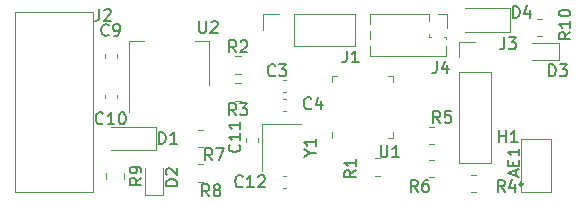
<source format=gbr>
G04 #@! TF.GenerationSoftware,KiCad,Pcbnew,6.0.2+dfsg-1*
G04 #@! TF.CreationDate,2022-03-12T18:16:22-05:00*
G04 #@! TF.ProjectId,PortaNet,506f7274-614e-4657-942e-6b696361645f,rev?*
G04 #@! TF.SameCoordinates,Original*
G04 #@! TF.FileFunction,Legend,Top*
G04 #@! TF.FilePolarity,Positive*
%FSLAX46Y46*%
G04 Gerber Fmt 4.6, Leading zero omitted, Abs format (unit mm)*
G04 Created by KiCad (PCBNEW 6.0.2+dfsg-1) date 2022-03-12 18:16:22*
%MOMM*%
%LPD*%
G01*
G04 APERTURE LIST*
%ADD10C,0.150000*%
%ADD11C,0.120000*%
%ADD12C,0.260000*%
G04 APERTURE END LIST*
D10*
X167155904Y-68905380D02*
X167155904Y-67905380D01*
X167394000Y-67905380D01*
X167536857Y-67953000D01*
X167632095Y-68048238D01*
X167679714Y-68143476D01*
X167727333Y-68333952D01*
X167727333Y-68476809D01*
X167679714Y-68667285D01*
X167632095Y-68762523D01*
X167536857Y-68857761D01*
X167394000Y-68905380D01*
X167155904Y-68905380D01*
X168060666Y-67905380D02*
X168679714Y-67905380D01*
X168346380Y-68286333D01*
X168489238Y-68286333D01*
X168584476Y-68333952D01*
X168632095Y-68381571D01*
X168679714Y-68476809D01*
X168679714Y-68714904D01*
X168632095Y-68810142D01*
X168584476Y-68857761D01*
X168489238Y-68905380D01*
X168203523Y-68905380D01*
X168108285Y-68857761D01*
X168060666Y-68810142D01*
X164377666Y-77366666D02*
X164377666Y-76890476D01*
X164663380Y-77461904D02*
X163663380Y-77128571D01*
X164663380Y-76795238D01*
X164139571Y-76461904D02*
X164139571Y-76128571D01*
X164663380Y-75985714D02*
X164663380Y-76461904D01*
X163663380Y-76461904D01*
X163663380Y-75985714D01*
X164663380Y-75033333D02*
X164663380Y-75604761D01*
X164663380Y-75319047D02*
X163663380Y-75319047D01*
X163806238Y-75414285D01*
X163901476Y-75509523D01*
X163949095Y-75604761D01*
X162941095Y-74493380D02*
X162941095Y-73493380D01*
X162941095Y-73969571D02*
X163512523Y-73969571D01*
X163512523Y-74493380D02*
X163512523Y-73493380D01*
X164512523Y-74493380D02*
X163941095Y-74493380D01*
X164226809Y-74493380D02*
X164226809Y-73493380D01*
X164131571Y-73636238D01*
X164036333Y-73731476D01*
X163941095Y-73779095D01*
X138644333Y-76017380D02*
X138311000Y-75541190D01*
X138072904Y-76017380D02*
X138072904Y-75017380D01*
X138453857Y-75017380D01*
X138549095Y-75065000D01*
X138596714Y-75112619D01*
X138644333Y-75207857D01*
X138644333Y-75350714D01*
X138596714Y-75445952D01*
X138549095Y-75493571D01*
X138453857Y-75541190D01*
X138072904Y-75541190D01*
X138977666Y-75017380D02*
X139644333Y-75017380D01*
X139215761Y-76017380D01*
X147026333Y-71604142D02*
X146978714Y-71651761D01*
X146835857Y-71699380D01*
X146740619Y-71699380D01*
X146597761Y-71651761D01*
X146502523Y-71556523D01*
X146454904Y-71461285D01*
X146407285Y-71270809D01*
X146407285Y-71127952D01*
X146454904Y-70937476D01*
X146502523Y-70842238D01*
X146597761Y-70747000D01*
X146740619Y-70699380D01*
X146835857Y-70699380D01*
X146978714Y-70747000D01*
X147026333Y-70794619D01*
X147883476Y-71032714D02*
X147883476Y-71699380D01*
X147645380Y-70651761D02*
X147407285Y-71366047D01*
X148026333Y-71366047D01*
X129079666Y-63206380D02*
X129079666Y-63920666D01*
X129032047Y-64063523D01*
X128936809Y-64158761D01*
X128793952Y-64206380D01*
X128698714Y-64206380D01*
X129508238Y-63301619D02*
X129555857Y-63254000D01*
X129651095Y-63206380D01*
X129889190Y-63206380D01*
X129984428Y-63254000D01*
X130032047Y-63301619D01*
X130079666Y-63396857D01*
X130079666Y-63492095D01*
X130032047Y-63634952D01*
X129460619Y-64206380D01*
X130079666Y-64206380D01*
X138390333Y-79065380D02*
X138057000Y-78589190D01*
X137818904Y-79065380D02*
X137818904Y-78065380D01*
X138199857Y-78065380D01*
X138295095Y-78113000D01*
X138342714Y-78160619D01*
X138390333Y-78255857D01*
X138390333Y-78398714D01*
X138342714Y-78493952D01*
X138295095Y-78541571D01*
X138199857Y-78589190D01*
X137818904Y-78589190D01*
X138961761Y-78493952D02*
X138866523Y-78446333D01*
X138818904Y-78398714D01*
X138771285Y-78303476D01*
X138771285Y-78255857D01*
X138818904Y-78160619D01*
X138866523Y-78113000D01*
X138961761Y-78065380D01*
X139152238Y-78065380D01*
X139247476Y-78113000D01*
X139295095Y-78160619D01*
X139342714Y-78255857D01*
X139342714Y-78303476D01*
X139295095Y-78398714D01*
X139247476Y-78446333D01*
X139152238Y-78493952D01*
X138961761Y-78493952D01*
X138866523Y-78541571D01*
X138818904Y-78589190D01*
X138771285Y-78684428D01*
X138771285Y-78874904D01*
X138818904Y-78970142D01*
X138866523Y-79017761D01*
X138961761Y-79065380D01*
X139152238Y-79065380D01*
X139247476Y-79017761D01*
X139295095Y-78970142D01*
X139342714Y-78874904D01*
X139342714Y-78684428D01*
X139295095Y-78589190D01*
X139247476Y-78541571D01*
X139152238Y-78493952D01*
X143978333Y-68810142D02*
X143930714Y-68857761D01*
X143787857Y-68905380D01*
X143692619Y-68905380D01*
X143549761Y-68857761D01*
X143454523Y-68762523D01*
X143406904Y-68667285D01*
X143359285Y-68476809D01*
X143359285Y-68333952D01*
X143406904Y-68143476D01*
X143454523Y-68048238D01*
X143549761Y-67953000D01*
X143692619Y-67905380D01*
X143787857Y-67905380D01*
X143930714Y-67953000D01*
X143978333Y-68000619D01*
X144311666Y-67905380D02*
X144930714Y-67905380D01*
X144597380Y-68286333D01*
X144740238Y-68286333D01*
X144835476Y-68333952D01*
X144883095Y-68381571D01*
X144930714Y-68476809D01*
X144930714Y-68714904D01*
X144883095Y-68810142D01*
X144835476Y-68857761D01*
X144740238Y-68905380D01*
X144454523Y-68905380D01*
X144359285Y-68857761D01*
X144311666Y-68810142D01*
X168981380Y-65158857D02*
X168505190Y-65492190D01*
X168981380Y-65730285D02*
X167981380Y-65730285D01*
X167981380Y-65349333D01*
X168029000Y-65254095D01*
X168076619Y-65206476D01*
X168171857Y-65158857D01*
X168314714Y-65158857D01*
X168409952Y-65206476D01*
X168457571Y-65254095D01*
X168505190Y-65349333D01*
X168505190Y-65730285D01*
X168981380Y-64206476D02*
X168981380Y-64777904D01*
X168981380Y-64492190D02*
X167981380Y-64492190D01*
X168124238Y-64587428D01*
X168219476Y-64682666D01*
X168267095Y-64777904D01*
X167981380Y-63587428D02*
X167981380Y-63492190D01*
X168029000Y-63396952D01*
X168076619Y-63349333D01*
X168171857Y-63301714D01*
X168362333Y-63254095D01*
X168600428Y-63254095D01*
X168790904Y-63301714D01*
X168886142Y-63349333D01*
X168933761Y-63396952D01*
X168981380Y-63492190D01*
X168981380Y-63587428D01*
X168933761Y-63682666D01*
X168886142Y-63730285D01*
X168790904Y-63777904D01*
X168600428Y-63825523D01*
X168362333Y-63825523D01*
X168171857Y-63777904D01*
X168076619Y-63730285D01*
X168029000Y-63682666D01*
X167981380Y-63587428D01*
X163409333Y-78684380D02*
X163076000Y-78208190D01*
X162837904Y-78684380D02*
X162837904Y-77684380D01*
X163218857Y-77684380D01*
X163314095Y-77732000D01*
X163361714Y-77779619D01*
X163409333Y-77874857D01*
X163409333Y-78017714D01*
X163361714Y-78112952D01*
X163314095Y-78160571D01*
X163218857Y-78208190D01*
X162837904Y-78208190D01*
X164266476Y-78017714D02*
X164266476Y-78684380D01*
X164028380Y-77636761D02*
X163790285Y-78351047D01*
X164409333Y-78351047D01*
X152908095Y-74763380D02*
X152908095Y-75572904D01*
X152955714Y-75668142D01*
X153003333Y-75715761D01*
X153098571Y-75763380D01*
X153289047Y-75763380D01*
X153384285Y-75715761D01*
X153431904Y-75668142D01*
X153479523Y-75572904D01*
X153479523Y-74763380D01*
X154479523Y-75763380D02*
X153908095Y-75763380D01*
X154193809Y-75763380D02*
X154193809Y-74763380D01*
X154098571Y-74906238D01*
X154003333Y-75001476D01*
X153908095Y-75049095D01*
X129405142Y-72874142D02*
X129357523Y-72921761D01*
X129214666Y-72969380D01*
X129119428Y-72969380D01*
X128976571Y-72921761D01*
X128881333Y-72826523D01*
X128833714Y-72731285D01*
X128786095Y-72540809D01*
X128786095Y-72397952D01*
X128833714Y-72207476D01*
X128881333Y-72112238D01*
X128976571Y-72017000D01*
X129119428Y-71969380D01*
X129214666Y-71969380D01*
X129357523Y-72017000D01*
X129405142Y-72064619D01*
X130357523Y-72969380D02*
X129786095Y-72969380D01*
X130071809Y-72969380D02*
X130071809Y-71969380D01*
X129976571Y-72112238D01*
X129881333Y-72207476D01*
X129786095Y-72255095D01*
X130976571Y-71969380D02*
X131071809Y-71969380D01*
X131167047Y-72017000D01*
X131214666Y-72064619D01*
X131262285Y-72159857D01*
X131309904Y-72350333D01*
X131309904Y-72588428D01*
X131262285Y-72778904D01*
X131214666Y-72874142D01*
X131167047Y-72921761D01*
X131071809Y-72969380D01*
X130976571Y-72969380D01*
X130881333Y-72921761D01*
X130833714Y-72874142D01*
X130786095Y-72778904D01*
X130738476Y-72588428D01*
X130738476Y-72350333D01*
X130786095Y-72159857D01*
X130833714Y-72064619D01*
X130881333Y-72017000D01*
X130976571Y-71969380D01*
X157654666Y-67651380D02*
X157654666Y-68365666D01*
X157607047Y-68508523D01*
X157511809Y-68603761D01*
X157368952Y-68651380D01*
X157273714Y-68651380D01*
X158559428Y-67984714D02*
X158559428Y-68651380D01*
X158321333Y-67603761D02*
X158083238Y-68318047D01*
X158702285Y-68318047D01*
X157948333Y-72842380D02*
X157615000Y-72366190D01*
X157376904Y-72842380D02*
X157376904Y-71842380D01*
X157757857Y-71842380D01*
X157853095Y-71890000D01*
X157900714Y-71937619D01*
X157948333Y-72032857D01*
X157948333Y-72175714D01*
X157900714Y-72270952D01*
X157853095Y-72318571D01*
X157757857Y-72366190D01*
X157376904Y-72366190D01*
X158853095Y-71842380D02*
X158376904Y-71842380D01*
X158329285Y-72318571D01*
X158376904Y-72270952D01*
X158472142Y-72223333D01*
X158710238Y-72223333D01*
X158805476Y-72270952D01*
X158853095Y-72318571D01*
X158900714Y-72413809D01*
X158900714Y-72651904D01*
X158853095Y-72747142D01*
X158805476Y-72794761D01*
X158710238Y-72842380D01*
X158472142Y-72842380D01*
X158376904Y-72794761D01*
X158329285Y-72747142D01*
X135707380Y-78208095D02*
X134707380Y-78208095D01*
X134707380Y-77970000D01*
X134755000Y-77827142D01*
X134850238Y-77731904D01*
X134945476Y-77684285D01*
X135135952Y-77636666D01*
X135278809Y-77636666D01*
X135469285Y-77684285D01*
X135564523Y-77731904D01*
X135659761Y-77827142D01*
X135707380Y-77970000D01*
X135707380Y-78208095D01*
X134802619Y-77255714D02*
X134755000Y-77208095D01*
X134707380Y-77112857D01*
X134707380Y-76874761D01*
X134755000Y-76779523D01*
X134802619Y-76731904D01*
X134897857Y-76684285D01*
X134993095Y-76684285D01*
X135135952Y-76731904D01*
X135707380Y-77303333D01*
X135707380Y-76684285D01*
X150049666Y-66737380D02*
X150049666Y-67451666D01*
X150002047Y-67594523D01*
X149906809Y-67689761D01*
X149763952Y-67737380D01*
X149668714Y-67737380D01*
X151049666Y-67737380D02*
X150478238Y-67737380D01*
X150763952Y-67737380D02*
X150763952Y-66737380D01*
X150668714Y-66880238D01*
X150573476Y-66975476D01*
X150478238Y-67023095D01*
X137541095Y-64222380D02*
X137541095Y-65031904D01*
X137588714Y-65127142D01*
X137636333Y-65174761D01*
X137731571Y-65222380D01*
X137922047Y-65222380D01*
X138017285Y-65174761D01*
X138064904Y-65127142D01*
X138112523Y-65031904D01*
X138112523Y-64222380D01*
X138541095Y-64317619D02*
X138588714Y-64270000D01*
X138683952Y-64222380D01*
X138922047Y-64222380D01*
X139017285Y-64270000D01*
X139064904Y-64317619D01*
X139112523Y-64412857D01*
X139112523Y-64508095D01*
X139064904Y-64650952D01*
X138493476Y-65222380D01*
X139112523Y-65222380D01*
X140676333Y-66873380D02*
X140343000Y-66397190D01*
X140104904Y-66873380D02*
X140104904Y-65873380D01*
X140485857Y-65873380D01*
X140581095Y-65921000D01*
X140628714Y-65968619D01*
X140676333Y-66063857D01*
X140676333Y-66206714D01*
X140628714Y-66301952D01*
X140581095Y-66349571D01*
X140485857Y-66397190D01*
X140104904Y-66397190D01*
X141057285Y-65968619D02*
X141104904Y-65921000D01*
X141200142Y-65873380D01*
X141438238Y-65873380D01*
X141533476Y-65921000D01*
X141581095Y-65968619D01*
X141628714Y-66063857D01*
X141628714Y-66159095D01*
X141581095Y-66301952D01*
X141009666Y-66873380D01*
X141628714Y-66873380D01*
X164107904Y-63952380D02*
X164107904Y-62952380D01*
X164346000Y-62952380D01*
X164488857Y-63000000D01*
X164584095Y-63095238D01*
X164631714Y-63190476D01*
X164679333Y-63380952D01*
X164679333Y-63523809D01*
X164631714Y-63714285D01*
X164584095Y-63809523D01*
X164488857Y-63904761D01*
X164346000Y-63952380D01*
X164107904Y-63952380D01*
X165536476Y-63285714D02*
X165536476Y-63952380D01*
X165298380Y-62904761D02*
X165060285Y-63619047D01*
X165679333Y-63619047D01*
X156043333Y-78684380D02*
X155710000Y-78208190D01*
X155471904Y-78684380D02*
X155471904Y-77684380D01*
X155852857Y-77684380D01*
X155948095Y-77732000D01*
X155995714Y-77779619D01*
X156043333Y-77874857D01*
X156043333Y-78017714D01*
X155995714Y-78112952D01*
X155948095Y-78160571D01*
X155852857Y-78208190D01*
X155471904Y-78208190D01*
X156900476Y-77684380D02*
X156710000Y-77684380D01*
X156614761Y-77732000D01*
X156567142Y-77779619D01*
X156471904Y-77922476D01*
X156424285Y-78112952D01*
X156424285Y-78493904D01*
X156471904Y-78589142D01*
X156519523Y-78636761D01*
X156614761Y-78684380D01*
X156805238Y-78684380D01*
X156900476Y-78636761D01*
X156948095Y-78589142D01*
X156995714Y-78493904D01*
X156995714Y-78255809D01*
X156948095Y-78160571D01*
X156900476Y-78112952D01*
X156805238Y-78065333D01*
X156614761Y-78065333D01*
X156519523Y-78112952D01*
X156471904Y-78160571D01*
X156424285Y-78255809D01*
X146952190Y-75406190D02*
X147428380Y-75406190D01*
X146428380Y-75739523D02*
X146952190Y-75406190D01*
X146428380Y-75072857D01*
X147428380Y-74215714D02*
X147428380Y-74787142D01*
X147428380Y-74501428D02*
X146428380Y-74501428D01*
X146571238Y-74596666D01*
X146666476Y-74691904D01*
X146714095Y-74787142D01*
X141216142Y-78208142D02*
X141168523Y-78255761D01*
X141025666Y-78303380D01*
X140930428Y-78303380D01*
X140787571Y-78255761D01*
X140692333Y-78160523D01*
X140644714Y-78065285D01*
X140597095Y-77874809D01*
X140597095Y-77731952D01*
X140644714Y-77541476D01*
X140692333Y-77446238D01*
X140787571Y-77351000D01*
X140930428Y-77303380D01*
X141025666Y-77303380D01*
X141168523Y-77351000D01*
X141216142Y-77398619D01*
X142168523Y-78303380D02*
X141597095Y-78303380D01*
X141882809Y-78303380D02*
X141882809Y-77303380D01*
X141787571Y-77446238D01*
X141692333Y-77541476D01*
X141597095Y-77589095D01*
X142549476Y-77398619D02*
X142597095Y-77351000D01*
X142692333Y-77303380D01*
X142930428Y-77303380D01*
X143025666Y-77351000D01*
X143073285Y-77398619D01*
X143120904Y-77493857D01*
X143120904Y-77589095D01*
X143073285Y-77731952D01*
X142501857Y-78303380D01*
X143120904Y-78303380D01*
X163369666Y-65619380D02*
X163369666Y-66333666D01*
X163322047Y-66476523D01*
X163226809Y-66571761D01*
X163083952Y-66619380D01*
X162988714Y-66619380D01*
X163750619Y-65619380D02*
X164369666Y-65619380D01*
X164036333Y-66000333D01*
X164179190Y-66000333D01*
X164274428Y-66047952D01*
X164322047Y-66095571D01*
X164369666Y-66190809D01*
X164369666Y-66428904D01*
X164322047Y-66524142D01*
X164274428Y-66571761D01*
X164179190Y-66619380D01*
X163893476Y-66619380D01*
X163798238Y-66571761D01*
X163750619Y-66524142D01*
X132659380Y-77509666D02*
X132183190Y-77843000D01*
X132659380Y-78081095D02*
X131659380Y-78081095D01*
X131659380Y-77700142D01*
X131707000Y-77604904D01*
X131754619Y-77557285D01*
X131849857Y-77509666D01*
X131992714Y-77509666D01*
X132087952Y-77557285D01*
X132135571Y-77604904D01*
X132183190Y-77700142D01*
X132183190Y-78081095D01*
X132659380Y-77033476D02*
X132659380Y-76843000D01*
X132611761Y-76747761D01*
X132564142Y-76700142D01*
X132421285Y-76604904D01*
X132230809Y-76557285D01*
X131849857Y-76557285D01*
X131754619Y-76604904D01*
X131707000Y-76652523D01*
X131659380Y-76747761D01*
X131659380Y-76938238D01*
X131707000Y-77033476D01*
X131754619Y-77081095D01*
X131849857Y-77128714D01*
X132087952Y-77128714D01*
X132183190Y-77081095D01*
X132230809Y-77033476D01*
X132278428Y-76938238D01*
X132278428Y-76747761D01*
X132230809Y-76652523D01*
X132183190Y-76604904D01*
X132087952Y-76557285D01*
X140676333Y-72207380D02*
X140343000Y-71731190D01*
X140104904Y-72207380D02*
X140104904Y-71207380D01*
X140485857Y-71207380D01*
X140581095Y-71255000D01*
X140628714Y-71302619D01*
X140676333Y-71397857D01*
X140676333Y-71540714D01*
X140628714Y-71635952D01*
X140581095Y-71683571D01*
X140485857Y-71731190D01*
X140104904Y-71731190D01*
X141009666Y-71207380D02*
X141628714Y-71207380D01*
X141295380Y-71588333D01*
X141438238Y-71588333D01*
X141533476Y-71635952D01*
X141581095Y-71683571D01*
X141628714Y-71778809D01*
X141628714Y-72016904D01*
X141581095Y-72112142D01*
X141533476Y-72159761D01*
X141438238Y-72207380D01*
X141152523Y-72207380D01*
X141057285Y-72159761D01*
X141009666Y-72112142D01*
X140946142Y-74683857D02*
X140993761Y-74731476D01*
X141041380Y-74874333D01*
X141041380Y-74969571D01*
X140993761Y-75112428D01*
X140898523Y-75207666D01*
X140803285Y-75255285D01*
X140612809Y-75302904D01*
X140469952Y-75302904D01*
X140279476Y-75255285D01*
X140184238Y-75207666D01*
X140089000Y-75112428D01*
X140041380Y-74969571D01*
X140041380Y-74874333D01*
X140089000Y-74731476D01*
X140136619Y-74683857D01*
X141041380Y-73731476D02*
X141041380Y-74302904D01*
X141041380Y-74017190D02*
X140041380Y-74017190D01*
X140184238Y-74112428D01*
X140279476Y-74207666D01*
X140327095Y-74302904D01*
X141041380Y-72779095D02*
X141041380Y-73350523D01*
X141041380Y-73064809D02*
X140041380Y-73064809D01*
X140184238Y-73160047D01*
X140279476Y-73255285D01*
X140327095Y-73350523D01*
X129881333Y-65381142D02*
X129833714Y-65428761D01*
X129690857Y-65476380D01*
X129595619Y-65476380D01*
X129452761Y-65428761D01*
X129357523Y-65333523D01*
X129309904Y-65238285D01*
X129262285Y-65047809D01*
X129262285Y-64904952D01*
X129309904Y-64714476D01*
X129357523Y-64619238D01*
X129452761Y-64524000D01*
X129595619Y-64476380D01*
X129690857Y-64476380D01*
X129833714Y-64524000D01*
X129881333Y-64571619D01*
X130357523Y-65476380D02*
X130548000Y-65476380D01*
X130643238Y-65428761D01*
X130690857Y-65381142D01*
X130786095Y-65238285D01*
X130833714Y-65047809D01*
X130833714Y-64666857D01*
X130786095Y-64571619D01*
X130738476Y-64524000D01*
X130643238Y-64476380D01*
X130452761Y-64476380D01*
X130357523Y-64524000D01*
X130309904Y-64571619D01*
X130262285Y-64666857D01*
X130262285Y-64904952D01*
X130309904Y-65000190D01*
X130357523Y-65047809D01*
X130452761Y-65095428D01*
X130643238Y-65095428D01*
X130738476Y-65047809D01*
X130786095Y-65000190D01*
X130833714Y-64904952D01*
X134135904Y-74620380D02*
X134135904Y-73620380D01*
X134374000Y-73620380D01*
X134516857Y-73668000D01*
X134612095Y-73763238D01*
X134659714Y-73858476D01*
X134707333Y-74048952D01*
X134707333Y-74191809D01*
X134659714Y-74382285D01*
X134612095Y-74477523D01*
X134516857Y-74572761D01*
X134374000Y-74620380D01*
X134135904Y-74620380D01*
X135659714Y-74620380D02*
X135088285Y-74620380D01*
X135374000Y-74620380D02*
X135374000Y-73620380D01*
X135278761Y-73763238D01*
X135183523Y-73858476D01*
X135088285Y-73906095D01*
X150820380Y-76874666D02*
X150344190Y-77208000D01*
X150820380Y-77446095D02*
X149820380Y-77446095D01*
X149820380Y-77065142D01*
X149868000Y-76969904D01*
X149915619Y-76922285D01*
X150010857Y-76874666D01*
X150153714Y-76874666D01*
X150248952Y-76922285D01*
X150296571Y-76969904D01*
X150344190Y-77065142D01*
X150344190Y-77446095D01*
X150820380Y-75922285D02*
X150820380Y-76493714D01*
X150820380Y-76208000D02*
X149820380Y-76208000D01*
X149963238Y-76303238D01*
X150058476Y-76398476D01*
X150106095Y-76493714D01*
D11*
X165697000Y-67537000D02*
X167982000Y-67537000D01*
X167982000Y-66067000D02*
X165697000Y-66067000D01*
X167982000Y-67537000D02*
X167982000Y-66067000D01*
X164819000Y-78676500D02*
X167359000Y-78676500D01*
X167359000Y-78676500D02*
X167359000Y-74231500D01*
X167359000Y-74231500D02*
X164819000Y-74231500D01*
X164819000Y-74231500D02*
X164819000Y-78676500D01*
D12*
X164949000Y-78041500D02*
G75*
G03*
X164949000Y-78041500I-130000J0D01*
G01*
D11*
X137440936Y-73433000D02*
X137895064Y-73433000D01*
X137440936Y-74903000D02*
X137895064Y-74903000D01*
X144920580Y-70864000D02*
X144639420Y-70864000D01*
X144920580Y-71884000D02*
X144639420Y-71884000D01*
X128540000Y-63500000D02*
X121920000Y-63500000D01*
X128540000Y-78740000D02*
X128540000Y-63500000D01*
X121920000Y-78740000D02*
X128540000Y-78740000D01*
X121920000Y-63500000D02*
X121920000Y-78740000D01*
X137440936Y-77824000D02*
X137895064Y-77824000D01*
X137440936Y-76354000D02*
X137895064Y-76354000D01*
X144920580Y-70233000D02*
X144639420Y-70233000D01*
X144920580Y-69213000D02*
X144639420Y-69213000D01*
X166597064Y-65505000D02*
X166142936Y-65505000D01*
X166597064Y-64035000D02*
X166142936Y-64035000D01*
X161009064Y-78713000D02*
X160554936Y-78713000D01*
X161009064Y-77243000D02*
X160554936Y-77243000D01*
X148774000Y-68891000D02*
X149249000Y-68891000D01*
X148774000Y-73636000D02*
X148774000Y-74111000D01*
X153994000Y-69366000D02*
X153994000Y-68891000D01*
X153994000Y-68891000D02*
X153519000Y-68891000D01*
X153994000Y-73636000D02*
X153994000Y-74111000D01*
X153994000Y-74111000D02*
X153519000Y-74111000D01*
X148774000Y-69366000D02*
X148774000Y-68891000D01*
X130558000Y-70471420D02*
X130558000Y-70752580D01*
X129538000Y-70471420D02*
X129538000Y-70752580D01*
X158439000Y-66357530D02*
X158439000Y-67180000D01*
X151969000Y-66357530D02*
X151969000Y-67180000D01*
X157037471Y-65540000D02*
X157180529Y-65540000D01*
X158504000Y-63650000D02*
X158504000Y-64780000D01*
X158307471Y-65540000D02*
X158439000Y-65540000D01*
X157744000Y-63650000D02*
X158504000Y-63650000D01*
X156984000Y-63650000D02*
X156984000Y-64216529D01*
X151969000Y-63650000D02*
X151969000Y-64472470D01*
X158439000Y-65540000D02*
X158439000Y-65742470D01*
X151969000Y-65087530D02*
X151969000Y-65742470D01*
X158439000Y-67180000D02*
X151969000Y-67180000D01*
X156984000Y-63650000D02*
X151969000Y-63650000D01*
X156984000Y-65343471D02*
X156984000Y-65486529D01*
X156998936Y-74649000D02*
X157453064Y-74649000D01*
X156998936Y-73179000D02*
X157453064Y-73179000D01*
X132996000Y-76670000D02*
X132996000Y-78955000D01*
X134466000Y-78955000D02*
X134466000Y-76670000D01*
X132996000Y-78955000D02*
X134466000Y-78955000D01*
X145557000Y-66329000D02*
X150697000Y-66329000D01*
X150697000Y-66329000D02*
X150697000Y-63669000D01*
X145557000Y-63669000D02*
X150697000Y-63669000D01*
X142957000Y-63669000D02*
X144287000Y-63669000D01*
X145557000Y-66329000D02*
X145557000Y-63669000D01*
X142957000Y-64999000D02*
X142957000Y-63669000D01*
X138411000Y-69668000D02*
X138411000Y-65908000D01*
X131591000Y-65908000D02*
X132851000Y-65908000D01*
X138411000Y-65908000D02*
X137151000Y-65908000D01*
X131591000Y-71918000D02*
X131591000Y-65908000D01*
X141070064Y-67210000D02*
X140615936Y-67210000D01*
X141070064Y-68680000D02*
X140615936Y-68680000D01*
X163871000Y-65135000D02*
X160021000Y-65135000D01*
X163871000Y-63135000D02*
X160021000Y-63135000D01*
X163871000Y-65135000D02*
X163871000Y-63135000D01*
X157453064Y-77443000D02*
X156998936Y-77443000D01*
X157453064Y-75973000D02*
X156998936Y-75973000D01*
X146176000Y-72930000D02*
X142876000Y-72930000D01*
X142876000Y-72930000D02*
X142876000Y-76930000D01*
X144920580Y-78361000D02*
X144639420Y-78361000D01*
X144920580Y-77341000D02*
X144639420Y-77341000D01*
X159579000Y-76260000D02*
X162239000Y-76260000D01*
X159579000Y-68580000D02*
X159579000Y-76260000D01*
X162239000Y-68580000D02*
X162239000Y-76260000D01*
X159579000Y-68580000D02*
X162239000Y-68580000D01*
X159579000Y-67310000D02*
X159579000Y-65980000D01*
X159579000Y-65980000D02*
X160909000Y-65980000D01*
X131164000Y-77570064D02*
X131164000Y-77115936D01*
X129694000Y-77570064D02*
X129694000Y-77115936D01*
X140615936Y-69496000D02*
X141070064Y-69496000D01*
X140615936Y-70966000D02*
X141070064Y-70966000D01*
X141476000Y-74154420D02*
X141476000Y-74435580D01*
X142496000Y-74154420D02*
X142496000Y-74435580D01*
X129538000Y-67323580D02*
X129538000Y-67042420D01*
X130558000Y-67323580D02*
X130558000Y-67042420D01*
X133899000Y-73168000D02*
X130049000Y-73168000D01*
X133899000Y-75168000D02*
X133899000Y-73168000D01*
X133899000Y-75168000D02*
X130049000Y-75168000D01*
X152881064Y-77316000D02*
X152426936Y-77316000D01*
X152881064Y-75846000D02*
X152426936Y-75846000D01*
M02*

</source>
